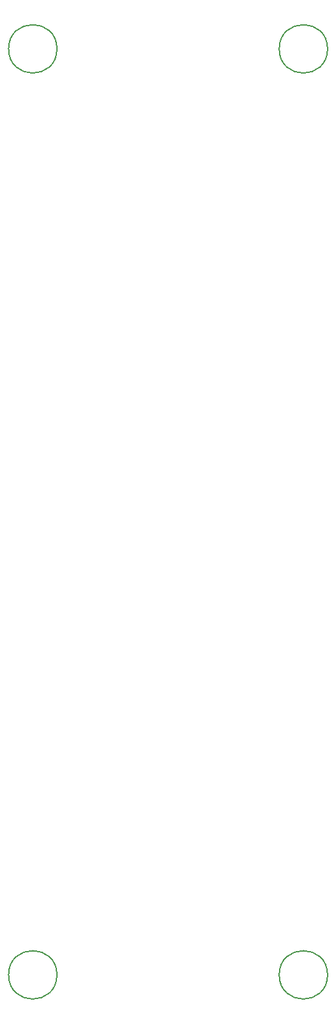
<source format=gbr>
%TF.GenerationSoftware,KiCad,Pcbnew,7.0.6*%
%TF.CreationDate,2023-07-23T13:51:40-05:00*%
%TF.ProjectId,ssi2131_ref,73736932-3133-4315-9f72-65662e6b6963,rev?*%
%TF.SameCoordinates,Original*%
%TF.FileFunction,Other,Comment*%
%FSLAX46Y46*%
G04 Gerber Fmt 4.6, Leading zero omitted, Abs format (unit mm)*
G04 Created by KiCad (PCBNEW 7.0.6) date 2023-07-23 13:51:40*
%MOMM*%
%LPD*%
G01*
G04 APERTURE LIST*
%ADD10C,0.150000*%
G04 APERTURE END LIST*
D10*
%TO.C,H4*%
X168380000Y-152163000D02*
G75*
G03*
X168380000Y-152163000I-3200000J0D01*
G01*
%TO.C,H3*%
X132580000Y-152163000D02*
G75*
G03*
X132580000Y-152163000I-3200000J0D01*
G01*
%TO.C,H1*%
X132580000Y-29663000D02*
G75*
G03*
X132580000Y-29663000I-3200000J0D01*
G01*
%TO.C,H2*%
X168380000Y-29663000D02*
G75*
G03*
X168380000Y-29663000I-3200000J0D01*
G01*
%TD*%
M02*

</source>
